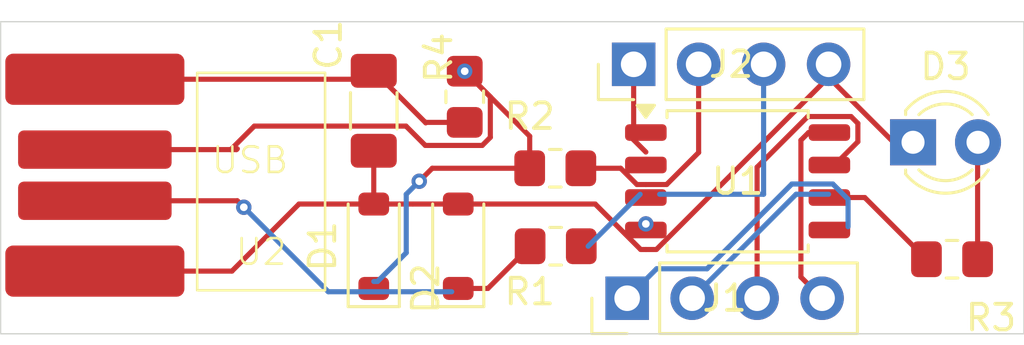
<source format=kicad_pcb>
(kicad_pcb (version 20241229) (generator "pcbnew") (generator_version "9.0")
  (layers (0 "F.Cu" signal) (2 "B.Cu" signal) (13 "F.Paste" user) (15 "B.Paste" user) (5 "F.SilkS" user "F.Silkscreen") (7 "B.SilkS" user "B.Silkscreen") (1 "F.Mask" user) (3 "B.Mask" user) (25 "Edge.Cuts" user))
  (net 0 "")
  (net 1 "+5V")
  (net 2 "GND")
  (net 3 "Net-(D1-K)")
  (net 4 "Net-(D2-K)")
  (net 5 "Net-(D3-A)")
  (net 6 "Net-(J1-Pin_1)")
  (net 7 "Net-(J1-Pin_3)")
  (net 8 "Net-(J1-Pin_2)")
  (net 9 "Net-(J2-Pin_2)")
  (net 10 "Net-(J2-Pin_1)")
  (net 11 "Net-(J2-Pin_3)")
  (footprint "Resistor_SMD:R_0805_2012Metric_Pad1.20x1.40mm_HandSolder" (layer "F.Cu") (at 129.016 88.138 180)
    (property "Reference" "R2" (at 1 2.032 0) (layer "F.SilkS"))
    (property "Value" "68R")
    (fp_line (start -0.227064 0.735) (end 0.227064 0.735) (stroke (width 0.12)) (layer "F.SilkS"))
    (fp_line (start -0.227064 -0.735) (end 0.227064 -0.735) (stroke (width 0.12)) (layer "F.SilkS"))
    (pad "1" smd roundrect (at -1 0 180) (size 1.2 1.4) (layers "F.Cu" "F.Mask" "F.Paste") (roundrect_rratio 0.208333) (net 9 "Net-(J2-Pin_2)"))
    (pad "2" smd roundrect (at 1 0 180) (size 1.2 1.4) (layers "F.Cu" "F.Mask" "F.Paste") (roundrect_rratio 0.208333) (net 3 "Net-(D1-K)"))
  )
  (footprint "Diode_SMD:D_SOD-123" (layer "F.Cu") (at 125.222 91.186 90)
    (property "Reference" "D2" (at -1.65 -1.27 90) (layer "F.SilkS"))
    (property "Value" "3V6")
    (fp_line (start -2.36 -1) (end 1.65 -1) (stroke (width 0.12)) (layer "F.SilkS"))
    (fp_line (start -2.36 -1) (end -2.36 1) (stroke (width 0.12)) (layer "F.SilkS"))
    (fp_line (start -2.36 1) (end 1.65 1) (stroke (width 0.12)) (layer "F.SilkS"))
    (pad "1" smd roundrect (at -1.65 0 90) (size 0.9 1.2) (layers "F.Cu" "F.Mask" "F.Paste") (net 4 "Net-(D2-K)"))
    (pad "2" smd roundrect (at 1.65 0 90) (size 0.9 1.2) (layers "F.Cu" "F.Mask" "F.Paste") (net 2 "GND"))
  )
  (footprint "Resistor_SMD:R_0805_2012Metric_Pad1.20x1.40mm_HandSolder" (layer "F.Cu") (at 144.526 91.694 180)
    (property "Reference" "R3" (at -1.524 -2.286 0) (layer "F.SilkS"))
    (property "Value" "330R")
    (fp_line (start -0.227064 0.735) (end 0.227064 0.735) (stroke (width 0.12)) (layer "F.SilkS"))
    (fp_line (start -0.227064 -0.735) (end 0.227064 -0.735) (stroke (width 0.12)) (layer "F.SilkS"))
    (pad "1" smd roundrect (at -1 0 180) (size 1.2 1.4) (layers "F.Cu" "F.Mask" "F.Paste") (roundrect_rratio 0.208333) (net 5 "Net-(D3-A)"))
    (pad "2" smd roundrect (at 1 0 180) (size 1.2 1.4) (layers "F.Cu" "F.Mask" "F.Paste") (roundrect_rratio 0.208333) (net 8 "Net-(J1-Pin_2)"))
  )
  (footprint "My_Custom_Library:PCB_USB_Converter" (layer "F.Cu") (at 111.017 88.408)
    (property "Reference" "U2" (at 6.5 3 0) (layer "F.SilkS") (effects (font (thickness 0.1))))
    (property "Value" "~")
    (fp_rect (start 4 -4) (end 9 4.5) (stroke (width 0.1)) (fill no) (layer "F.SilkS"))
    (fp_text user "USB" (at 4.5 0 0) (layer "F.SilkS") (effects (font (thickness 0.1)) (justify left bottom)))
    (pad "1" smd roundrect (at 0 -3.75) (size 7 2) (layers "F.Cu" "F.Mask" "F.Paste") (roundrect_rratio 0.15) (net 1 "+5V"))
    (pad "2" smd roundrect (at 0 -1) (size 6 1.5) (layers "F.Cu" "F.Mask" "F.Paste") (roundrect_rratio 0.15) (net 3 "Net-(D1-K)"))
    (pad "3" smd roundrect (at 0 1) (size 6 1.5) (layers "F.Cu" "F.Mask" "F.Paste") (roundrect_rratio 0.15) (net 4 "Net-(D2-K)"))
    (pad "4" smd roundrect (at 0 3.75) (size 7 2) (layers "F.Cu" "F.Mask" "F.Paste") (roundrect_rratio 0.15) (net 2 "GND"))
  )
  (footprint "Capacitor_SMD:C_1206_3216Metric_Pad1.33x1.80mm_HandSolder" (layer "F.Cu") (at 121.92 85.8905 -90)
    (property "Reference" "C1" (at -2.5785 1.778 90) (layer "F.SilkS"))
    (property "Value" "100n")
    (fp_line (start -0.711252 0.91) (end 0.711252 0.91) (stroke (width 0.12)) (layer "F.SilkS"))
    (fp_line (start -0.711252 -0.91) (end 0.711252 -0.91) (stroke (width 0.12)) (layer "F.SilkS"))
    (pad "1" smd roundrect (at -1.5625 0 270) (size 1.325 1.8) (layers "F.Cu" "F.Mask" "F.Paste") (roundrect_rratio 0.188679) (net 1 "+5V"))
    (pad "2" smd roundrect (at 1.5625 0 270) (size 1.325 1.8) (layers "F.Cu" "F.Mask" "F.Paste") (roundrect_rratio 0.188679) (net 2 "GND"))
  )
  (footprint "Diode_SMD:D_SOD-123" (layer "F.Cu") (at 121.92 91.186 90)
    (property "Reference" "D1" (at 0 -2 90) (layer "F.SilkS"))
    (property "Value" "3V6")
    (fp_line (start -2.36 -1) (end 1.65 -1) (stroke (width 0.12)) (layer "F.SilkS"))
    (fp_line (start -2.36 -1) (end -2.36 1) (stroke (width 0.12)) (layer "F.SilkS"))
    (fp_line (start -2.36 1) (end 1.65 1) (stroke (width 0.12)) (layer "F.SilkS"))
    (pad "1" smd roundrect (at -1.65 0 90) (size 0.9 1.2) (layers "F.Cu" "F.Mask" "F.Paste") (net 3 "Net-(D1-K)"))
    (pad "2" smd roundrect (at 1.65 0 90) (size 0.9 1.2) (layers "F.Cu" "F.Mask" "F.Paste") (net 2 "GND"))
  )
  (footprint "LED_THT:LED_D3.0mm" (layer "F.Cu") (at 143.002 87.122)
    (property "Reference" "D3" (at 1.27 -2.96 0) (layer "F.SilkS"))
    (property "Value" "LED")
    (fp_line (start -0.29 -1.236) (end -0.29 -1.08) (stroke (width 0.12)) (layer "F.SilkS"))
    (fp_line (start -0.29 1.08) (end -0.29 1.236) (stroke (width 0.12)) (layer "F.SilkS"))
    (fp_arc (start -0.29 -1.235516) (mid 1.36566 -1.987699) (end 2.941437 -1.08) (stroke (width 0.12)) (layer "F.SilkS"))
    (fp_arc (start 0.229039 -1.08) (mid 1.27 -1.5) (end 2.310961 -1.08) (stroke (width 0.12)) (layer "F.SilkS"))
    (fp_arc (start 2.310961 1.08) (mid 1.27 1.5) (end 0.229039 1.08) (stroke (width 0.12)) (layer "F.SilkS"))
    (fp_arc (start 2.941437 1.08) (mid 1.36566 1.987699) (end -0.29 1.235516) (stroke (width 0.12)) (layer "F.SilkS"))
    (pad "1" thru_hole rect (at 0 0) (size 1.8 1.8) (drill 0.9) (layers "*.Cu" "*.Mask") (net 2 "GND"))
    (pad "2" thru_hole circle (at 2.54 0) (size 1.8 1.8) (drill 0.9) (layers "*.Cu" "*.Mask") (net 5 "Net-(D3-A)"))
  )
  (footprint "Resistor_SMD:R_0805_2012Metric_Pad1.20x1.40mm_HandSolder" (layer "F.Cu") (at 125.476 85.344 90)
    (property "Reference" "R4" (at 1.524 -1.016 90) (layer "F.SilkS"))
    (property "Value" "1k5")
    (fp_line (start -0.227064 -0.735) (end 0.227064 -0.735) (stroke (width 0.12)) (layer "F.SilkS"))
    (fp_line (start -0.227064 0.735) (end 0.227064 0.735) (stroke (width 0.12)) (layer "F.SilkS"))
    (pad "1" smd roundrect (at -1 0 90) (size 1.2 1.4) (layers "F.Cu" "F.Mask" "F.Paste") (roundrect_rratio 0.208333) (net 1 "+5V"))
    (pad "2" smd roundrect (at 1 0 90) (size 1.2 1.4) (layers "F.Cu" "F.Mask" "F.Paste") (roundrect_rratio 0.208333) (net 3 "Net-(D1-K)"))
  )
  (footprint "Package_SO:SOIC-8_5.3x5.3mm_P1.27mm" (layer "F.Cu") (at 136.144 88.646)
    (property "Reference" "U1" (at 0 0 0) (layer "F.SilkS"))
    (property "Value" "ATtiny85-20S")
    (fp_line (start -2.76 -2.76) (end 2.76 -2.76) (stroke (width 0.12)) (layer "F.SilkS"))
    (fp_line (start -2.76 -2.49) (end -2.76 -2.76) (stroke (width 0.12)) (layer "F.SilkS"))
    (fp_line (start -2.76 2.76) (end -2.76 2.49) (stroke (width 0.12)) (layer "F.SilkS"))
    (fp_line (start 2.76 -2.76) (end 2.76 -2.49) (stroke (width 0.12)) (layer "F.SilkS"))
    (fp_line (start 2.76 2.49) (end 2.76 2.76) (stroke (width 0.12)) (layer "F.SilkS"))
    (fp_line (start 2.76 2.76) (end -2.76 2.76) (stroke (width 0.12)) (layer "F.SilkS"))
    (fp_poly (pts (xy -3.59 -2.5) (xy -3.93 -2.97) (xy -3.25 -2.97)) (stroke (width 0.12)) (fill yes) (layer "F.SilkS"))
    (pad "1" smd roundrect (at -3.5875 -1.905) (size 1.625 0.65) (layers "F.Cu" "F.Mask" "F.Paste") (net 10 "Net-(J2-Pin_1)"))
    (pad "2" smd roundrect (at -3.5875 -0.635) (size 1.625 0.65) (layers "F.Cu" "F.Mask" "F.Paste") (net 9 "Net-(J2-Pin_2)"))
    (pad "3" smd roundrect (at -3.5875 0.635) (size 1.625 0.65) (layers "F.Cu" "F.Mask" "F.Paste") (net 11 "Net-(J2-Pin_3)"))
    (pad "4" smd roundrect (at -3.5875 1.905) (size 1.625 0.65) (layers "F.Cu" "F.Mask" "F.Paste") (net 2 "GND"))
    (pad "5" smd roundrect (at 3.5875 1.905) (size 1.625 0.65) (layers "F.Cu" "F.Mask" "F.Paste") (net 6 "Net-(J1-Pin_1)"))
    (pad "6" smd roundrect (at 3.5875 0.635) (size 1.625 0.65) (layers "F.Cu" "F.Mask" "F.Paste") (net 8 "Net-(J1-Pin_2)"))
    (pad "7" smd roundrect (at 3.5875 -0.635) (size 1.625 0.65) (layers "F.Cu" "F.Mask" "F.Paste") (net 7 "Net-(J1-Pin_3)"))
    (pad "8" smd roundrect (at 3.5875 -1.905) (size 1.625 0.65) (layers "F.Cu" "F.Mask" "F.Paste") (net 1 "+5V"))
  )
  (footprint "Connector_PinHeader_2.54mm:PinHeader_1x04_P2.54mm_Vertical" (layer "F.Cu") (at 132.08 84.074 90)
    (property "Reference" "J2" (at 0 3.81 180) (layer "F.SilkS"))
    (property "Value" "S08- 1-4")
    (fp_line (start -1.38 -1.38) (end 0 -1.38) (stroke (width 0.12)) (layer "F.SilkS"))
    (fp_line (start -1.38 0) (end -1.38 -1.38) (stroke (width 0.12)) (layer "F.SilkS"))
    (fp_line (start 1.38 1.27) (end 1.38 9) (stroke (width 0.12)) (layer "F.SilkS"))
    (fp_line (start -1.38 1.27) (end 1.38 1.27) (stroke (width 0.12)) (layer "F.SilkS"))
    (fp_line (start -1.38 1.27) (end -1.38 9) (stroke (width 0.12)) (layer "F.SilkS"))
    (fp_line (start -1.38 9) (end 1.38 9) (stroke (width 0.12)) (layer "F.SilkS"))
    (pad "1" thru_hole rect (at 0 0 90) (size 1.7 1.7) (drill 1) (layers "*.Cu" "*.Mask") (net 10 "Net-(J2-Pin_1)"))
    (pad "2" thru_hole circle (at 0 2.54 90) (size 1.7 1.7) (drill 1) (layers "*.Cu" "*.Mask") (net 9 "Net-(J2-Pin_2)"))
    (pad "3" thru_hole circle (at 0 5.08 90) (size 1.7 1.7) (drill 1) (layers "*.Cu" "*.Mask") (net 11 "Net-(J2-Pin_3)"))
    (pad "4" thru_hole circle (at 0 7.62 90) (size 1.7 1.7) (drill 1) (layers "*.Cu" "*.Mask") (net 2 "GND"))
  )
  (footprint "Resistor_SMD:R_0805_2012Metric_Pad1.20x1.40mm_HandSolder" (layer "F.Cu") (at 129.032 91.186 180)
    (property "Reference" "R1" (at 1.016 -1.778 0) (layer "F.SilkS"))
    (property "Value" "68R")
    (fp_line (start -0.227064 0.735) (end 0.227064 0.735) (stroke (width 0.12)) (layer "F.SilkS"))
    (fp_line (start -0.227064 -0.735) (end 0.227064 -0.735) (stroke (width 0.12)) (layer "F.SilkS"))
    (pad "1" smd roundrect (at -1 0 180) (size 1.2 1.4) (layers "F.Cu" "F.Mask" "F.Paste") (roundrect_rratio 0.208333) (net 11 "Net-(J2-Pin_3)"))
    (pad "2" smd roundrect (at 1 0 180) (size 1.2 1.4) (layers "F.Cu" "F.Mask" "F.Paste") (roundrect_rratio 0.208333) (net 4 "Net-(D2-K)"))
  )
  (footprint "Connector_PinHeader_2.54mm:PinHeader_1x04_P2.54mm_Vertical" (layer "F.Cu") (at 131.826 93.218 90)
    (property "Reference" "J1" (at 0 3.81 180) (layer "F.SilkS"))
    (property "Value" "S08-5-8")
    (fp_line (start -1.38 -1.38) (end 0 -1.38) (stroke (width 0.12)) (layer "F.SilkS"))
    (fp_line (start -1.38 0) (end -1.38 -1.38) (stroke (width 0.12)) (layer "F.SilkS"))
    (fp_line (start 1.38 1.27) (end 1.38 9) (stroke (width 0.12)) (layer "F.SilkS"))
    (fp_line (start -1.38 1.27) (end 1.38 1.27) (stroke (width 0.12)) (layer "F.SilkS"))
    (fp_line (start -1.38 1.27) (end -1.38 9) (stroke (width 0.12)) (layer "F.SilkS"))
    (fp_line (start -1.38 9) (end 1.38 9) (stroke (width 0.12)) (layer "F.SilkS"))
    (pad "1" thru_hole rect (at 0 0 90) (size 1.7 1.7) (drill 1) (layers "*.Cu" "*.Mask") (net 6 "Net-(J1-Pin_1)"))
    (pad "2" thru_hole circle (at 0 2.54 90) (size 1.7 1.7) (drill 1) (layers "*.Cu" "*.Mask") (net 8 "Net-(J1-Pin_2)"))
    (pad "3" thru_hole circle (at 0 5.08 90) (size 1.7 1.7) (drill 1) (layers "*.Cu" "*.Mask") (net 7 "Net-(J1-Pin_3)"))
    (pad "4" thru_hole circle (at 0 7.62 90) (size 1.7 1.7) (drill 1) (layers "*.Cu" "*.Mask") (net 1 "+5V"))
  )
  (gr_rect (start 107.334 82.408) (end 147.334 94.608) (stroke (width 0.05)) (fill no) (layer "Edge.Cuts"))
  (segment (start 121.59 84.658) (end 121.92 84.328) (width 0.2) (layer "F.Cu") (net 1))
  (segment (start 138.919001 86.741) (end 138.618 87.042001) (width 0.2) (layer "F.Cu") (net 1))
  (segment (start 123.952 86.36) (end 123.968 86.344) (width 0.2) (layer "F.Cu") (net 1))
  (segment (start 111.017 84.658) (end 121.59 84.658) (width 0.2) (layer "F.Cu") (net 1))
  (segment (start 138.618 92.39) (end 139.446 93.218) (width 0.2) (layer "F.Cu") (net 1))
  (segment (start 123.968 86.344) (end 125.476 86.344) (width 0.2) (layer "F.Cu") (net 1))
  (segment (start 121.92 84.328) (end 123.952 86.36) (width 0.2) (layer "F.Cu") (net 1))
  (segment (start 139.7315 86.741) (end 138.919001 86.741) (width 0.2) (layer "F.Cu") (net 1))
  (segment (start 138.618 87.042001) (end 138.618 92.39) (width 0.2) (layer "F.Cu") (net 1))
  (segment (start 139.7 84.582) (end 132.969 91.313) (width 0.2) (layer "F.Cu") (net 2))
  (segment (start 132.35401 91.313) (end 132.5565 91.313) (width 0.2) (layer "F.Cu") (net 2))
  (segment (start 132.969 91.313) (end 132.5565 91.313) (width 0.2) (layer "F.Cu") (net 2))
  (segment (start 123.19 89.536) (end 121.92 89.536) (width 0.2) (layer "F.Cu") (net 2))
  (segment (start 130.57701 89.536) (end 132.35401 91.313) (width 0.2) (layer "F.Cu") (net 2))
  (segment (start 116.376 92.158) (end 118.998 89.536) (width 0.2) (layer "F.Cu") (net 2))
  (segment (start 125.222 89.536) (end 130.57701 89.536) (width 0.2) (layer "F.Cu") (net 2))
  (segment (start 118.998 89.536) (end 121.92 89.536) (width 0.2) (layer "F.Cu") (net 2))
  (segment (start 139.7 84.582) (end 142.24 87.122) (width 0.2) (layer "F.Cu") (net 2))
  (segment (start 123.444 89.536) (end 123.19 89.536) (width 0.2) (layer "F.Cu") (net 2))
  (segment (start 111.017 92.158) (end 116.376 92.158) (width 0.2) (layer "F.Cu") (net 2))
  (segment (start 142.24 87.122) (end 143.002 87.122) (width 0.2) (layer "F.Cu") (net 2))
  (segment (start 125.222 89.536) (end 123.444 89.536) (width 0.2) (layer "F.Cu") (net 2))
  (segment (start 121.92 87.453) (end 121.92 89.536) (width 0.2) (layer "F.Cu") (net 2))
  (via (at 132.5565 90.313) (size 0.6) (drill 0.3) (layers "F.Cu" "B.Cu") (net 2))
  (segment (start 116.586 87.376) (end 116.554 87.408) (width 0.2) (layer "F.Cu") (net 3))
  (segment (start 128.016 86.884) (end 125.476 84.344) (width 0.2) (layer "F.Cu") (net 3))
  (segment (start 128.016 88.138) (end 124.206 88.138) (width 0.2) (layer "F.Cu") (net 3))
  (segment (start 123.1805 86.4895) (end 123.936 87.245) (width 0.2) (layer "F.Cu") (net 3))
  (segment (start 126.477 85.345) (end 125.476 84.344) (width 0.2) (layer "F.Cu") (net 3))
  (segment (start 111.017 87.408) (end 116.332 87.408) (width 0.2) (layer "F.Cu") (net 3))
  (segment (start 124.206 88.138) (end 123.698 88.646) (width 0.2) (layer "F.Cu") (net 3))
  (segment (start 116.332 87.408) (end 117.2505 86.4895) (width 0.2) (layer "F.Cu") (net 3))
  (segment (start 117.2505 86.4895) (end 123.1805 86.4895) (width 0.2) (layer "F.Cu") (net 3))
  (segment (start 126.16116 87.245) (end 126.477 86.92916) (width 0.2) (layer "F.Cu") (net 3))
  (segment (start 128.016 88.138) (end 128.016 86.884) (width 0.2) (layer "F.Cu") (net 3))
  (segment (start 116.332 87.408) (end 116.554 87.408) (width 0.2) (layer "F.Cu") (net 3))
  (segment (start 126.477 86.92916) (end 126.477 85.345) (width 0.2) (layer "F.Cu") (net 3))
  (segment (start 123.936 87.245) (end 126.16116 87.245) (width 0.2) (layer "F.Cu") (net 3))
  (via (at 125.476 84.344) (size 0.6) (drill 0.3) (layers "F.Cu" "B.Cu") (net 3))
  (via (at 123.698 88.646) (size 0.6) (drill 0.3) (layers "F.Cu" "B.Cu") (net 3))
  (segment (start 123.19 89.154) (end 123.19 91.44) (width 0.2) (layer "B.Cu") (net 3))
  (segment (start 123.698 88.646) (end 123.19 89.154) (width 0.2) (layer "B.Cu") (net 3))
  (segment (start 122.067 92.563) (end 121.92 92.563) (width 0.2) (layer "B.Cu") (net 3))
  (segment (start 123.19 91.44) (end 122.067 92.563) (width 0.2) (layer "B.Cu") (net 3))
  (segment (start 126.382 92.836) (end 128.032 91.186) (width 0.2) (layer "F.Cu") (net 4))
  (segment (start 125.222 92.836) (end 126.382 92.836) (width 0.2) (layer "F.Cu") (net 4))
  (segment (start 116.586 89.408) (end 116.84 89.662) (width 0.2) (layer "F.Cu") (net 4))
  (segment (start 111.017 89.408) (end 116.586 89.408) (width 0.2) (layer "F.Cu") (net 4))
  (via (at 116.84 89.662) (size 0.6) (drill 0.3) (layers "F.Cu" "B.Cu") (net 4))
  (segment (start 116.84 89.662) (end 120.142 92.964) (width 0.2) (layer "B.Cu") (net 4))
  (segment (start 120.142 92.964) (end 124.968 92.964) (width 0.2) (layer "B.Cu") (net 4))
  (segment (start 145.526 91.694) (end 145.526 87.138) (width 0.2) (layer "F.Cu") (net 5))
  (segment (start 145.526 87.138) (end 145.542 87.122) (width 0.2) (layer "F.Cu") (net 5))
  (segment (start 131.826 93.218) (end 132.977 92.067) (width 0.2) (layer "B.Cu") (net 6))
  (segment (start 134.9499 92.067) (end 138.2639 88.753) (width 0.2) (layer "B.Cu") (net 6))
  (segment (start 140.462 89.3489) (end 140.462 90.424) (width 0.2) (layer "B.Cu") (net 6))
  (segment (start 132.977 92.067) (end 134.9499 92.067) (width 0.2) (layer "B.Cu") (net 6))
  (segment (start 139.8661 88.753) (end 140.462 89.3489) (width 0.2) (layer "B.Cu") (net 6))
  (segment (start 138.2639 88.753) (end 139.8661 88.753) (width 0.2) (layer "B.Cu") (net 6))
  (segment (start 139.7315 88.011) (end 139.93399 88.011) (width 0.2) (layer "F.Cu") (net 7))
  (segment (start 138.88501 86.115) (end 136.906 88.09401) (width 0.2) (layer "F.Cu") (net 7))
  (segment (start 136.906 88.09401) (end 136.906 93.218) (width 0.2) (layer "F.Cu") (net 7))
  (segment (start 140.57799 86.115) (end 138.88501 86.115) (width 0.2) (layer "F.Cu") (net 7))
  (segment (start 140.845 87.09999) (end 140.845 86.38201) (width 0.2) (layer "F.Cu") (net 7))
  (segment (start 139.93399 88.011) (end 140.845 87.09999) (width 0.2) (layer "F.Cu") (net 7))
  (segment (start 140.845 86.38201) (end 140.57799 86.115) (width 0.2) (layer "F.Cu") (net 7))
  (segment (start 136.906 93.218) (end 136.652 93.472) (width 0.2) (layer "B.Cu") (net 7))
  (segment (start 141.113 89.281) (end 143.526 91.694) (width 0.2) (layer "F.Cu") (net 8))
  (segment (start 139.7315 89.281) (end 141.113 89.281) (width 0.2) (layer "F.Cu") (net 8))
  (segment (start 134.366 93.218) (end 138.43 89.154) (width 0.2) (layer "B.Cu") (net 8))
  (segment (start 138.43 89.154) (end 139.7 89.154) (width 0.2) (layer "B.Cu") (net 8))
  (segment (start 131.572 88.138) (end 130.016 88.138) (width 0.2) (layer "F.Cu") (net 9))
  (segment (start 133.368999 88.773) (end 132.5565 88.773) (width 0.2) (layer "F.Cu") (net 9))
  (segment (start 132.5565 88.773) (end 132.207 88.773) (width 0.2) (layer "F.Cu") (net 9))
  (segment (start 132.207 88.773) (end 131.572 88.138) (width 0.2) (layer "F.Cu") (net 9))
  (segment (start 134.62 87.521999) (end 133.368999 88.773) (width 0.2) (layer "F.Cu") (net 9))
  (segment (start 134.62 84.582) (end 134.62 87.521999) (width 0.2) (layer "F.Cu") (net 9))
  (segment (start 132.08 87.0265) (end 132.08 84.582) (width 0.2) (layer "F.Cu") (net 10))
  (segment (start 132.5565 87.503) (end 132.08 87.0265) (width 0.2) (layer "F.Cu") (net 10))
  (segment (start 137.16 84.074) (end 137.16 89.154) (width 0.2) (layer "B.Cu") (net 11))
  (segment (start 137.16 89.154) (end 133.096 89.154) (width 0.2) (layer "B.Cu") (net 11))
  (segment (start 132.334 89.154) (end 130.302 91.186) (width 0.2) (layer "B.Cu") (net 11))
)
</source>
